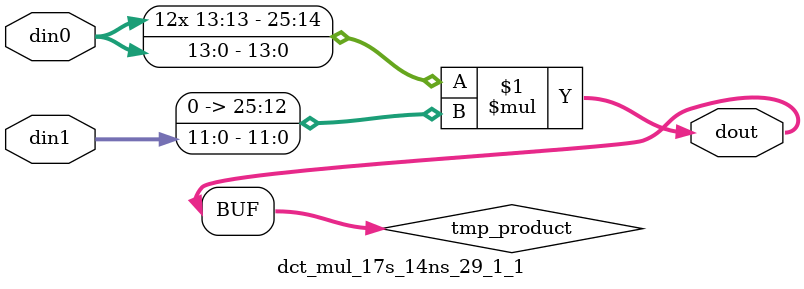
<source format=v>

`timescale 1 ns / 1 ps

 module dct_mul_17s_14ns_29_1_1(din0, din1, dout);
parameter ID = 1;
parameter NUM_STAGE = 0;
parameter din0_WIDTH = 14;
parameter din1_WIDTH = 12;
parameter dout_WIDTH = 26;

input [din0_WIDTH - 1 : 0] din0; 
input [din1_WIDTH - 1 : 0] din1; 
output [dout_WIDTH - 1 : 0] dout;

wire signed [dout_WIDTH - 1 : 0] tmp_product;


























assign tmp_product = $signed(din0) * $signed({1'b0, din1});









assign dout = tmp_product;





















endmodule

</source>
